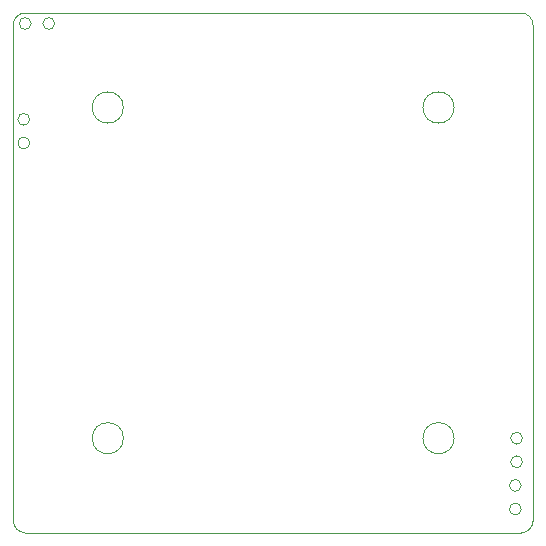
<source format=gbr>
%TF.GenerationSoftware,KiCad,Pcbnew,8.0.8*%
%TF.CreationDate,2025-05-28T15:29:29-04:00*%
%TF.ProjectId,GF24,47463234-2e6b-4696-9361-645f70636258,rev?*%
%TF.SameCoordinates,Original*%
%TF.FileFunction,Profile,NP*%
%FSLAX46Y46*%
G04 Gerber Fmt 4.6, Leading zero omitted, Abs format (unit mm)*
G04 Created by KiCad (PCBNEW 8.0.8) date 2025-05-28 15:29:29*
%MOMM*%
%LPD*%
G01*
G04 APERTURE LIST*
%TA.AperFunction,Profile*%
%ADD10C,0.050000*%
%TD*%
G04 APERTURE END LIST*
D10*
X87320000Y-86000000D02*
G75*
G02*
X84680000Y-86000000I-1320000J0D01*
G01*
X84680000Y-86000000D02*
G75*
G02*
X87320000Y-86000000I1320000J0D01*
G01*
X93000000Y-50000000D02*
G75*
G02*
X94000000Y-51000000I0J-1000000D01*
G01*
X59320000Y-58000000D02*
G75*
G02*
X56680000Y-58000000I-1320000J0D01*
G01*
X56680000Y-58000000D02*
G75*
G02*
X59320000Y-58000000I1320000J0D01*
G01*
X94000000Y-51000000D02*
X94000000Y-93000000D01*
X87320000Y-58000000D02*
G75*
G02*
X84680000Y-58000000I-1320000J0D01*
G01*
X84680000Y-58000000D02*
G75*
G02*
X87320000Y-58000000I1320000J0D01*
G01*
X93000000Y-94000000D02*
X51000000Y-94000000D01*
X94000000Y-93000000D02*
G75*
G02*
X93000000Y-94000000I-1000000J0D01*
G01*
X51000000Y-94000000D02*
G75*
G02*
X50000000Y-93000000I0J1000000D01*
G01*
X50000000Y-51000000D02*
G75*
G02*
X51000000Y-50000000I1000000J0D01*
G01*
X59320000Y-86000000D02*
G75*
G02*
X56680000Y-86000000I-1320000J0D01*
G01*
X56680000Y-86000000D02*
G75*
G02*
X59320000Y-86000000I1320000J0D01*
G01*
X50000000Y-93000000D02*
X50000000Y-51000000D01*
X51000000Y-50000000D02*
X93000000Y-50000000D01*
%TO.C,SW1*%
X93000000Y-90000000D02*
G75*
G02*
X92000000Y-90000000I-500000J0D01*
G01*
X92000000Y-90000000D02*
G75*
G02*
X93000000Y-90000000I500000J0D01*
G01*
X93000000Y-92000000D02*
G75*
G02*
X92000000Y-92000000I-500000J0D01*
G01*
X92000000Y-92000000D02*
G75*
G02*
X93000000Y-92000000I500000J0D01*
G01*
%TO.C,SW4*%
X51387500Y-59000000D02*
G75*
G02*
X50387500Y-59000000I-500000J0D01*
G01*
X50387500Y-59000000D02*
G75*
G02*
X51387500Y-59000000I500000J0D01*
G01*
X51387500Y-61000000D02*
G75*
G02*
X50387500Y-61000000I-500000J0D01*
G01*
X50387500Y-61000000D02*
G75*
G02*
X51387500Y-61000000I500000J0D01*
G01*
%TO.C,BT1*%
X93112500Y-86000000D02*
G75*
G02*
X92112500Y-86000000I-500000J0D01*
G01*
X92112500Y-86000000D02*
G75*
G02*
X93112500Y-86000000I500000J0D01*
G01*
X93112500Y-88000000D02*
G75*
G02*
X92112500Y-88000000I-500000J0D01*
G01*
X92112500Y-88000000D02*
G75*
G02*
X93112500Y-88000000I500000J0D01*
G01*
%TO.C,SW5*%
X51500000Y-50887500D02*
G75*
G02*
X50500000Y-50887500I-500000J0D01*
G01*
X50500000Y-50887500D02*
G75*
G02*
X51500000Y-50887500I500000J0D01*
G01*
X53500000Y-50887500D02*
G75*
G02*
X52500000Y-50887500I-500000J0D01*
G01*
X52500000Y-50887500D02*
G75*
G02*
X53500000Y-50887500I500000J0D01*
G01*
%TD*%
M02*

</source>
